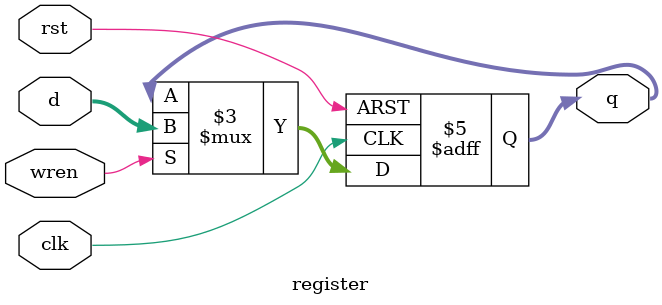
<source format=sv>
module register #(parameter N=32) (
    output logic [N-1:0] q,
    input logic [N-1:0] d,
    input logic clk, rst, wren
);

always_ff @(posedge clk or posedge rst) begin
    if (rst) begin
        q <= '0;
    end else if (wren) begin
        q <= d;
    end else begin
        q <= q;
    end
end

endmodule

</source>
